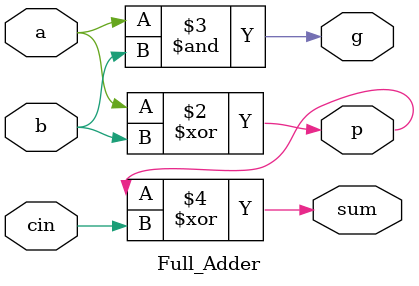
<source format=v>
`timescale 1ns / 1ps

module Full_Adder(
    input a, b, cin,
    output reg g, p, sum
);
    
    always @(*) begin
        p = a ^ b;
        g = a & b;
        sum = p ^ cin;
    end

endmodule

</source>
